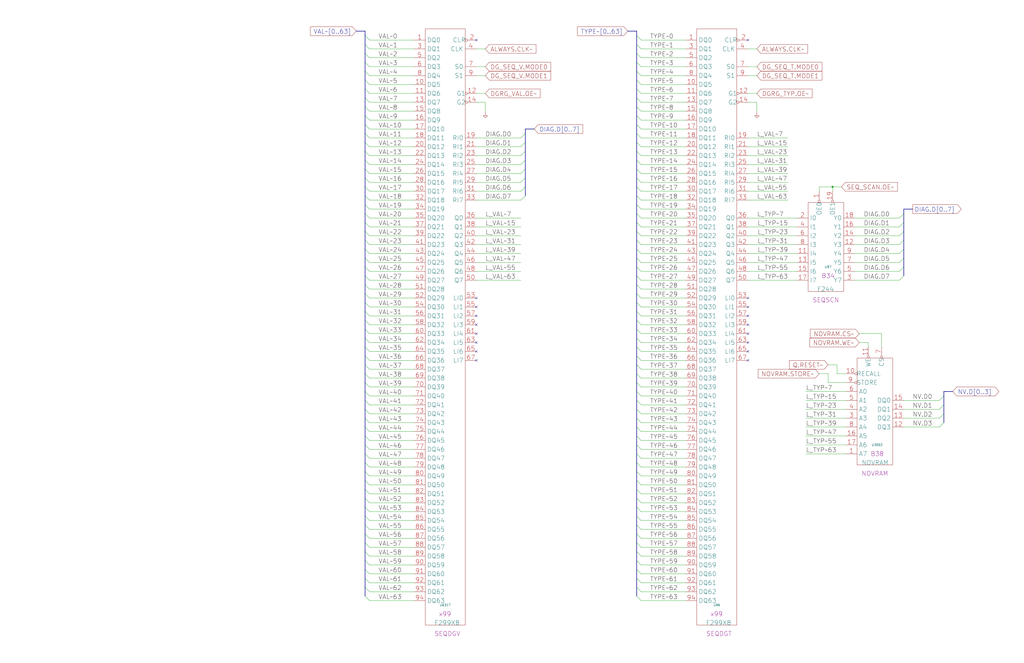
<source format=kicad_sch>
(kicad_sch (version 20250114) (generator "eeschema") (generator_version "9.0")
  (paper "User" 584.2 378.46)
  (title_block (title "DIAGNOSTIC REGISTER") (date "22-MAY-90") (rev "1.0") (comment 1 "SEQUENCER") (comment 2 "232-003064") (comment 3 "S400") (comment 4 "RELEASED"))
  (junction (at 474.98 106.68))
  (no_connect (at 426.72 205.74))
  (no_connect (at 271.78 170.18))
  (no_connect (at 426.72 185.42))
  (no_connect (at 426.72 180.34))
  (no_connect (at 426.72 200.66))
  (no_connect (at 426.72 22.86))
  (no_connect (at 271.78 200.66))
  (no_connect (at 426.72 170.18))
  (no_connect (at 426.72 175.26))
  (no_connect (at 271.78 180.34))
  (no_connect (at 271.78 185.42))
  (no_connect (at 271.78 22.86))
  (no_connect (at 271.78 205.74))
  (no_connect (at 426.72 195.58))
  (no_connect (at 271.78 175.26))
  (no_connect (at 271.78 195.58))
  (no_connect (at 426.72 190.5))
  (no_connect (at 271.78 190.5))
  (bus_entry (at 299.72 76.2) (size -2.54 2.54))
  (bus_entry (at 208.28 147.32) (size 2.54 2.54))
  (bus_entry (at 363.22 45.72) (size 2.54 2.54))
  (bus_entry (at 363.22 50.8) (size 2.54 2.54))
  (bus_entry (at 363.22 335.28) (size 2.54 2.54))
  (bus_entry (at 208.28 314.96) (size 2.54 2.54))
  (bus_entry (at 208.28 248.92) (size 2.54 2.54))
  (bus_entry (at 208.28 340.36) (size 2.54 2.54))
  (bus_entry (at 208.28 86.36) (size 2.54 2.54))
  (bus_entry (at 363.22 60.96) (size 2.54 2.54))
  (bus_entry (at 515.62 147.32) (size -2.54 2.54))
  (bus_entry (at 363.22 289.56) (size 2.54 2.54))
  (bus_entry (at 363.22 314.96) (size 2.54 2.54))
  (bus_entry (at 515.62 152.4) (size -2.54 2.54))
  (bus_entry (at 208.28 20.32) (size 2.54 2.54))
  (bus_entry (at 538.48 226.06) (size -2.54 2.54))
  (bus_entry (at 299.72 81.28) (size -2.54 2.54))
  (bus_entry (at 208.28 325.12) (size 2.54 2.54))
  (bus_entry (at 208.28 335.28) (size 2.54 2.54))
  (bus_entry (at 208.28 198.12) (size 2.54 2.54))
  (bus_entry (at 208.28 106.68) (size 2.54 2.54))
  (bus_entry (at 208.28 223.52) (size 2.54 2.54))
  (bus_entry (at 363.22 299.72) (size 2.54 2.54))
  (bus_entry (at 208.28 182.88) (size 2.54 2.54))
  (bus_entry (at 363.22 340.36) (size 2.54 2.54))
  (bus_entry (at 208.28 269.24) (size 2.54 2.54))
  (bus_entry (at 208.28 289.56) (size 2.54 2.54))
  (bus_entry (at 208.28 132.08) (size 2.54 2.54))
  (bus_entry (at 363.22 172.72) (size 2.54 2.54))
  (bus_entry (at 538.48 231.14) (size -2.54 2.54))
  (bus_entry (at 363.22 132.08) (size 2.54 2.54))
  (bus_entry (at 363.22 116.84) (size 2.54 2.54))
  (bus_entry (at 515.62 127) (size -2.54 2.54))
  (bus_entry (at 363.22 25.4) (size 2.54 2.54))
  (bus_entry (at 208.28 193.04) (size 2.54 2.54))
  (bus_entry (at 363.22 274.32) (size 2.54 2.54))
  (bus_entry (at 363.22 259.08) (size 2.54 2.54))
  (bus_entry (at 363.22 309.88) (size 2.54 2.54))
  (bus_entry (at 363.22 81.28) (size 2.54 2.54))
  (bus_entry (at 363.22 238.76) (size 2.54 2.54))
  (bus_entry (at 208.28 142.24) (size 2.54 2.54))
  (bus_entry (at 208.28 254) (size 2.54 2.54))
  (bus_entry (at 208.28 172.72) (size 2.54 2.54))
  (bus_entry (at 208.28 76.2) (size 2.54 2.54))
  (bus_entry (at 208.28 137.16) (size 2.54 2.54))
  (bus_entry (at 515.62 142.24) (size -2.54 2.54))
  (bus_entry (at 363.22 203.2) (size 2.54 2.54))
  (bus_entry (at 363.22 279.4) (size 2.54 2.54))
  (bus_entry (at 363.22 228.6) (size 2.54 2.54))
  (bus_entry (at 208.28 167.64) (size 2.54 2.54))
  (bus_entry (at 363.22 111.76) (size 2.54 2.54))
  (bus_entry (at 208.28 264.16) (size 2.54 2.54))
  (bus_entry (at 208.28 71.12) (size 2.54 2.54))
  (bus_entry (at 208.28 157.48) (size 2.54 2.54))
  (bus_entry (at 363.22 162.56) (size 2.54 2.54))
  (bus_entry (at 515.62 157.48) (size -2.54 2.54))
  (bus_entry (at 363.22 152.4) (size 2.54 2.54))
  (bus_entry (at 208.28 25.4) (size 2.54 2.54))
  (bus_entry (at 208.28 259.08) (size 2.54 2.54))
  (bus_entry (at 299.72 91.44) (size -2.54 2.54))
  (bus_entry (at 515.62 121.92) (size -2.54 2.54))
  (bus_entry (at 208.28 299.72) (size 2.54 2.54))
  (bus_entry (at 538.48 241.3) (size -2.54 2.54))
  (bus_entry (at 208.28 320.04) (size 2.54 2.54))
  (bus_entry (at 208.28 116.84) (size 2.54 2.54))
  (bus_entry (at 363.22 137.16) (size 2.54 2.54))
  (bus_entry (at 363.22 40.64) (size 2.54 2.54))
  (bus_entry (at 363.22 177.8) (size 2.54 2.54))
  (bus_entry (at 208.28 35.56) (size 2.54 2.54))
  (bus_entry (at 208.28 228.6) (size 2.54 2.54))
  (bus_entry (at 363.22 187.96) (size 2.54 2.54))
  (bus_entry (at 208.28 203.2) (size 2.54 2.54))
  (bus_entry (at 299.72 86.36) (size -2.54 2.54))
  (bus_entry (at 208.28 127) (size 2.54 2.54))
  (bus_entry (at 363.22 76.2) (size 2.54 2.54))
  (bus_entry (at 208.28 152.4) (size 2.54 2.54))
  (bus_entry (at 363.22 254) (size 2.54 2.54))
  (bus_entry (at 208.28 45.72) (size 2.54 2.54))
  (bus_entry (at 208.28 330.2) (size 2.54 2.54))
  (bus_entry (at 299.72 111.76) (size -2.54 2.54))
  (bus_entry (at 363.22 101.6) (size 2.54 2.54))
  (bus_entry (at 363.22 330.2) (size 2.54 2.54))
  (bus_entry (at 208.28 274.32) (size 2.54 2.54))
  (bus_entry (at 363.22 325.12) (size 2.54 2.54))
  (bus_entry (at 363.22 157.48) (size 2.54 2.54))
  (bus_entry (at 363.22 320.04) (size 2.54 2.54))
  (bus_entry (at 299.72 96.52) (size -2.54 2.54))
  (bus_entry (at 208.28 81.28) (size 2.54 2.54))
  (bus_entry (at 363.22 20.32) (size 2.54 2.54))
  (bus_entry (at 363.22 304.8) (size 2.54 2.54))
  (bus_entry (at 363.22 71.12) (size 2.54 2.54))
  (bus_entry (at 363.22 248.92) (size 2.54 2.54))
  (bus_entry (at 515.62 137.16) (size -2.54 2.54))
  (bus_entry (at 299.72 106.68) (size -2.54 2.54))
  (bus_entry (at 208.28 294.64) (size 2.54 2.54))
  (bus_entry (at 363.22 198.12) (size 2.54 2.54))
  (bus_entry (at 208.28 233.68) (size 2.54 2.54))
  (bus_entry (at 363.22 96.52) (size 2.54 2.54))
  (bus_entry (at 208.28 162.56) (size 2.54 2.54))
  (bus_entry (at 363.22 243.84) (size 2.54 2.54))
  (bus_entry (at 208.28 213.36) (size 2.54 2.54))
  (bus_entry (at 208.28 279.4) (size 2.54 2.54))
  (bus_entry (at 208.28 238.76) (size 2.54 2.54))
  (bus_entry (at 208.28 40.64) (size 2.54 2.54))
  (bus_entry (at 363.22 233.68) (size 2.54 2.54))
  (bus_entry (at 208.28 50.8) (size 2.54 2.54))
  (bus_entry (at 208.28 309.88) (size 2.54 2.54))
  (bus_entry (at 363.22 213.36) (size 2.54 2.54))
  (bus_entry (at 363.22 55.88) (size 2.54 2.54))
  (bus_entry (at 363.22 30.48) (size 2.54 2.54))
  (bus_entry (at 208.28 218.44) (size 2.54 2.54))
  (bus_entry (at 363.22 127) (size 2.54 2.54))
  (bus_entry (at 208.28 208.28) (size 2.54 2.54))
  (bus_entry (at 538.48 236.22) (size -2.54 2.54))
  (bus_entry (at 208.28 60.96) (size 2.54 2.54))
  (bus_entry (at 363.22 86.36) (size 2.54 2.54))
  (bus_entry (at 208.28 66.04) (size 2.54 2.54))
  (bus_entry (at 208.28 121.92) (size 2.54 2.54))
  (bus_entry (at 363.22 106.68) (size 2.54 2.54))
  (bus_entry (at 208.28 55.88) (size 2.54 2.54))
  (bus_entry (at 208.28 101.6) (size 2.54 2.54))
  (bus_entry (at 208.28 30.48) (size 2.54 2.54))
  (bus_entry (at 363.22 284.48) (size 2.54 2.54))
  (bus_entry (at 363.22 218.44) (size 2.54 2.54))
  (bus_entry (at 515.62 132.08) (size -2.54 2.54))
  (bus_entry (at 208.28 243.84) (size 2.54 2.54))
  (bus_entry (at 363.22 91.44) (size 2.54 2.54))
  (bus_entry (at 208.28 91.44) (size 2.54 2.54))
  (bus_entry (at 363.22 193.04) (size 2.54 2.54))
  (bus_entry (at 363.22 182.88) (size 2.54 2.54))
  (bus_entry (at 208.28 304.8) (size 2.54 2.54))
  (bus_entry (at 363.22 167.64) (size 2.54 2.54))
  (bus_entry (at 363.22 208.28) (size 2.54 2.54))
  (bus_entry (at 363.22 294.64) (size 2.54 2.54))
  (bus_entry (at 208.28 177.8) (size 2.54 2.54))
  (bus_entry (at 363.22 223.52) (size 2.54 2.54))
  (bus_entry (at 363.22 142.24) (size 2.54 2.54))
  (bus_entry (at 208.28 187.96) (size 2.54 2.54))
  (bus_entry (at 208.28 96.52) (size 2.54 2.54))
  (bus_entry (at 363.22 269.24) (size 2.54 2.54))
  (bus_entry (at 363.22 147.32) (size 2.54 2.54))
  (bus_entry (at 363.22 121.92) (size 2.54 2.54))
  (bus_entry (at 363.22 35.56) (size 2.54 2.54))
  (bus_entry (at 299.72 101.6) (size -2.54 2.54))
  (bus_entry (at 363.22 264.16) (size 2.54 2.54))
  (bus_entry (at 208.28 284.48) (size 2.54 2.54))
  (bus_entry (at 363.22 66.04) (size 2.54 2.54))
  (bus_entry (at 208.28 111.76) (size 2.54 2.54))
  (wire (pts (xy 426.72 99.06) (xy 449.58 99.06)))
  (bus (pts (xy 515.62 121.92) (xy 515.62 127)))
  (wire (pts (xy 236.22 307.34) (xy 210.82 307.34)))
  (wire (pts (xy 236.22 312.42) (xy 210.82 312.42)))
  (bus (pts (xy 208.28 142.24) (xy 208.28 147.32)))
  (bus (pts (xy 299.72 76.2) (xy 299.72 81.28)))
  (wire (pts (xy 391.16 124.46) (xy 365.76 124.46)))
  (bus (pts (xy 363.22 198.12) (xy 363.22 203.2)))
  (wire (pts (xy 391.16 241.3) (xy 365.76 241.3)))
  (bus (pts (xy 299.72 101.6) (xy 299.72 106.68)))
  (wire (pts (xy 391.16 63.5) (xy 365.76 63.5)))
  (bus (pts (xy 208.28 76.2) (xy 208.28 81.28)))
  (bus (pts (xy 208.28 96.52) (xy 208.28 101.6)))
  (wire (pts (xy 391.16 53.34) (xy 365.76 53.34)))
  (bus (pts (xy 208.28 172.72) (xy 208.28 177.8)))
  (bus (pts (xy 363.22 243.84) (xy 363.22 248.92)))
  (wire (pts (xy 391.16 33.02) (xy 365.76 33.02)))
  (bus (pts (xy 208.28 330.2) (xy 208.28 335.28)))
  (bus (pts (xy 363.22 264.16) (xy 363.22 269.24)))
  (bus (pts (xy 208.28 304.8) (xy 208.28 309.88)))
  (bus (pts (xy 363.22 259.08) (xy 363.22 264.16)))
  (wire (pts (xy 426.72 149.86) (xy 454.66 149.86)))
  (bus (pts (xy 363.22 269.24) (xy 363.22 274.32)))
  (wire (pts (xy 487.68 139.7) (xy 513.08 139.7)))
  (bus (pts (xy 208.28 193.04) (xy 208.28 198.12)))
  (wire (pts (xy 236.22 180.34) (xy 210.82 180.34)))
  (wire (pts (xy 391.16 342.9) (xy 365.76 342.9)))
  (wire (pts (xy 426.72 114.3) (xy 449.58 114.3)))
  (wire (pts (xy 426.72 134.62) (xy 454.66 134.62)))
  (wire (pts (xy 426.72 27.94) (xy 431.8 27.94)))
  (bus (pts (xy 208.28 314.96) (xy 208.28 320.04)))
  (bus (pts (xy 208.28 213.36) (xy 208.28 218.44)))
  (wire (pts (xy 236.22 119.38) (xy 210.82 119.38)))
  (bus (pts (xy 208.28 238.76) (xy 208.28 243.84)))
  (bus (pts (xy 208.28 60.96) (xy 208.28 66.04)))
  (wire (pts (xy 426.72 83.82) (xy 449.58 83.82)))
  (wire (pts (xy 391.16 322.58) (xy 365.76 322.58)))
  (wire (pts (xy 459.74 233.68) (xy 482.6 233.68)))
  (wire (pts (xy 236.22 144.78) (xy 210.82 144.78)))
  (wire (pts (xy 487.68 129.54) (xy 513.08 129.54)))
  (wire (pts (xy 426.72 88.9) (xy 449.58 88.9)))
  (wire (pts (xy 391.16 200.66) (xy 365.76 200.66)))
  (wire (pts (xy 391.16 175.26) (xy 365.76 175.26)))
  (wire (pts (xy 236.22 43.18) (xy 210.82 43.18)))
  (bus (pts (xy 363.22 71.12) (xy 363.22 76.2)))
  (bus (pts (xy 208.28 284.48) (xy 208.28 289.56)))
  (bus (pts (xy 208.28 162.56) (xy 208.28 167.64)))
  (wire (pts (xy 236.22 342.9) (xy 210.82 342.9)))
  (wire (pts (xy 515.62 243.84) (xy 535.94 243.84)))
  (bus (pts (xy 208.28 147.32) (xy 208.28 152.4)))
  (wire (pts (xy 391.16 292.1) (xy 365.76 292.1)))
  (wire (pts (xy 236.22 281.94) (xy 210.82 281.94)))
  (bus (pts (xy 363.22 279.4) (xy 363.22 284.48)))
  (wire (pts (xy 236.22 205.74) (xy 210.82 205.74)))
  (bus (pts (xy 515.62 119.38) (xy 520.7 119.38)))
  (wire (pts (xy 236.22 302.26) (xy 210.82 302.26)))
  (bus (pts (xy 208.28 208.28) (xy 208.28 213.36)))
  (bus (pts (xy 363.22 35.56) (xy 363.22 40.64)))
  (wire (pts (xy 459.74 259.08) (xy 482.6 259.08)))
  (wire (pts (xy 236.22 22.86) (xy 210.82 22.86)))
  (wire (pts (xy 431.8 58.42) (xy 426.72 58.42)))
  (wire (pts (xy 271.78 83.82) (xy 297.18 83.82)))
  (wire (pts (xy 467.36 106.68) (xy 474.98 106.68)))
  (bus (pts (xy 363.22 96.52) (xy 363.22 101.6)))
  (wire (pts (xy 391.16 22.86) (xy 365.76 22.86)))
  (wire (pts (xy 236.22 170.18) (xy 210.82 170.18)))
  (bus (pts (xy 515.62 119.38) (xy 515.62 121.92)))
  (wire (pts (xy 236.22 154.94) (xy 210.82 154.94)))
  (bus (pts (xy 208.28 279.4) (xy 208.28 284.48)))
  (bus (pts (xy 208.28 106.68) (xy 208.28 111.76)))
  (bus (pts (xy 515.62 152.4) (xy 515.62 157.48)))
  (wire (pts (xy 426.72 124.46) (xy 454.66 124.46)))
  (wire (pts (xy 391.16 302.26) (xy 365.76 302.26)))
  (wire (pts (xy 502.92 190.5) (xy 502.92 198.12)))
  (wire (pts (xy 271.78 53.34) (xy 276.86 53.34)))
  (bus (pts (xy 208.28 233.68) (xy 208.28 238.76)))
  (bus (pts (xy 208.28 132.08) (xy 208.28 137.16)))
  (wire (pts (xy 236.22 287.02) (xy 210.82 287.02)))
  (wire (pts (xy 271.78 144.78) (xy 297.18 144.78)))
  (bus (pts (xy 208.28 243.84) (xy 208.28 248.92)))
  (bus (pts (xy 363.22 106.68) (xy 363.22 111.76)))
  (wire (pts (xy 426.72 109.22) (xy 449.58 109.22)))
  (wire (pts (xy 391.16 83.82) (xy 365.76 83.82)))
  (bus (pts (xy 515.62 137.16) (xy 515.62 142.24)))
  (wire (pts (xy 391.16 114.3) (xy 365.76 114.3)))
  (bus (pts (xy 208.28 182.88) (xy 208.28 187.96)))
  (wire (pts (xy 271.78 99.06) (xy 297.18 99.06)))
  (wire (pts (xy 236.22 231.14) (xy 210.82 231.14)))
  (wire (pts (xy 391.16 129.54) (xy 365.76 129.54)))
  (bus (pts (xy 363.22 177.8) (xy 363.22 182.88)))
  (wire (pts (xy 426.72 144.78) (xy 454.66 144.78)))
  (wire (pts (xy 271.78 88.9) (xy 297.18 88.9)))
  (wire (pts (xy 236.22 33.02) (xy 210.82 33.02)))
  (wire (pts (xy 426.72 129.54) (xy 454.66 129.54)))
  (wire (pts (xy 271.78 27.94) (xy 276.86 27.94)))
  (bus (pts (xy 208.28 25.4) (xy 208.28 30.48)))
  (wire (pts (xy 391.16 215.9) (xy 365.76 215.9)))
  (wire (pts (xy 391.16 149.86) (xy 365.76 149.86)))
  (wire (pts (xy 391.16 144.78) (xy 365.76 144.78)))
  (wire (pts (xy 271.78 43.18) (xy 276.86 43.18)))
  (wire (pts (xy 431.8 63.5) (xy 431.8 58.42)))
  (wire (pts (xy 391.16 190.5) (xy 365.76 190.5)))
  (bus (pts (xy 363.22 187.96) (xy 363.22 193.04)))
  (bus (pts (xy 363.22 137.16) (xy 363.22 142.24)))
  (wire (pts (xy 391.16 154.94) (xy 365.76 154.94)))
  (wire (pts (xy 391.16 205.74) (xy 365.76 205.74)))
  (wire (pts (xy 391.16 165.1) (xy 365.76 165.1)))
  (bus (pts (xy 363.22 76.2) (xy 363.22 81.28)))
  (wire (pts (xy 236.22 297.18) (xy 210.82 297.18)))
  (bus (pts (xy 363.22 228.6) (xy 363.22 233.68)))
  (bus (pts (xy 363.22 203.2) (xy 363.22 208.28)))
  (wire (pts (xy 236.22 48.26) (xy 210.82 48.26)))
  (bus (pts (xy 208.28 289.56) (xy 208.28 294.64)))
  (bus (pts (xy 208.28 325.12) (xy 208.28 330.2)))
  (wire (pts (xy 236.22 276.86) (xy 210.82 276.86)))
  (bus (pts (xy 208.28 299.72) (xy 208.28 304.8)))
  (bus (pts (xy 363.22 304.8) (xy 363.22 309.88)))
  (wire (pts (xy 391.16 256.54) (xy 365.76 256.54)))
  (bus (pts (xy 363.22 157.48) (xy 363.22 162.56)))
  (wire (pts (xy 477.52 208.28) (xy 477.52 213.36)))
  (wire (pts (xy 271.78 160.02) (xy 297.18 160.02)))
  (wire (pts (xy 271.78 129.54) (xy 297.18 129.54)))
  (wire (pts (xy 236.22 99.06) (xy 210.82 99.06)))
  (wire (pts (xy 236.22 114.3) (xy 210.82 114.3)))
  (bus (pts (xy 208.28 320.04) (xy 208.28 325.12)))
  (bus (pts (xy 208.28 167.64) (xy 208.28 172.72)))
  (wire (pts (xy 391.16 246.38) (xy 365.76 246.38)))
  (wire (pts (xy 391.16 220.98) (xy 365.76 220.98)))
  (wire (pts (xy 515.62 238.76) (xy 535.94 238.76)))
  (bus (pts (xy 208.28 187.96) (xy 208.28 193.04)))
  (bus (pts (xy 363.22 147.32) (xy 363.22 152.4)))
  (bus (pts (xy 363.22 60.96) (xy 363.22 66.04)))
  (wire (pts (xy 236.22 165.1) (xy 210.82 165.1)))
  (bus (pts (xy 208.28 55.88) (xy 208.28 60.96)))
  (bus (pts (xy 363.22 40.64) (xy 363.22 45.72)))
  (bus (pts (xy 363.22 213.36) (xy 363.22 218.44)))
  (wire (pts (xy 391.16 93.98) (xy 365.76 93.98)))
  (bus (pts (xy 208.28 86.36) (xy 208.28 91.44)))
  (wire (pts (xy 459.74 223.52) (xy 482.6 223.52)))
  (bus (pts (xy 208.28 294.64) (xy 208.28 299.72)))
  (bus (pts (xy 363.22 142.24) (xy 363.22 147.32)))
  (bus (pts (xy 363.22 20.32) (xy 363.22 25.4)))
  (bus (pts (xy 208.28 274.32) (xy 208.28 279.4)))
  (wire (pts (xy 391.16 104.14) (xy 365.76 104.14)))
  (bus (pts (xy 208.28 20.32) (xy 208.28 25.4)))
  (wire (pts (xy 490.22 190.5) (xy 502.92 190.5)))
  (bus (pts (xy 363.22 208.28) (xy 363.22 213.36)))
  (bus (pts (xy 363.22 320.04) (xy 363.22 325.12)))
  (bus (pts (xy 208.28 91.44) (xy 208.28 96.52)))
  (wire (pts (xy 271.78 104.14) (xy 297.18 104.14)))
  (wire (pts (xy 391.16 185.42) (xy 365.76 185.42)))
  (wire (pts (xy 487.68 154.94) (xy 513.08 154.94)))
  (wire (pts (xy 271.78 149.86) (xy 297.18 149.86)))
  (bus (pts (xy 515.62 142.24) (xy 515.62 147.32)))
  (wire (pts (xy 391.16 119.38) (xy 365.76 119.38)))
  (wire (pts (xy 391.16 226.06) (xy 365.76 226.06)))
  (wire (pts (xy 391.16 271.78) (xy 365.76 271.78)))
  (wire (pts (xy 391.16 210.82) (xy 365.76 210.82)))
  (wire (pts (xy 271.78 134.62) (xy 297.18 134.62)))
  (bus (pts (xy 363.22 86.36) (xy 363.22 91.44)))
  (bus (pts (xy 363.22 25.4) (xy 363.22 30.48)))
  (wire (pts (xy 391.16 236.22) (xy 365.76 236.22)))
  (wire (pts (xy 391.16 58.42) (xy 365.76 58.42)))
  (bus (pts (xy 304.8 73.66) (xy 299.72 73.66)))
  (wire (pts (xy 477.52 213.36) (xy 482.6 213.36)))
  (bus (pts (xy 538.48 236.22) (xy 538.48 241.3)))
  (wire (pts (xy 391.16 251.46) (xy 365.76 251.46)))
  (wire (pts (xy 236.22 160.02) (xy 210.82 160.02)))
  (wire (pts (xy 391.16 38.1) (xy 365.76 38.1)))
  (wire (pts (xy 236.22 53.34) (xy 210.82 53.34)))
  (wire (pts (xy 236.22 63.5) (xy 210.82 63.5)))
  (bus (pts (xy 208.28 228.6) (xy 208.28 233.68)))
  (bus (pts (xy 363.22 330.2) (xy 363.22 335.28)))
  (wire (pts (xy 236.22 68.58) (xy 210.82 68.58)))
  (bus (pts (xy 208.28 177.8) (xy 208.28 182.88)))
  (wire (pts (xy 236.22 215.9) (xy 210.82 215.9)))
  (bus (pts (xy 208.28 45.72) (xy 208.28 50.8)))
  (wire (pts (xy 391.16 109.22) (xy 365.76 109.22)))
  (bus (pts (xy 363.22 111.76) (xy 363.22 116.84)))
  (bus (pts (xy 363.22 132.08) (xy 363.22 137.16)))
  (wire (pts (xy 236.22 226.06) (xy 210.82 226.06)))
  (wire (pts (xy 391.16 337.82) (xy 365.76 337.82)))
  (wire (pts (xy 236.22 292.1) (xy 210.82 292.1)))
  (wire (pts (xy 391.16 134.62) (xy 365.76 134.62)))
  (bus (pts (xy 363.22 335.28) (xy 363.22 340.36)))
  (wire (pts (xy 391.16 281.94) (xy 365.76 281.94)))
  (wire (pts (xy 236.22 327.66) (xy 210.82 327.66)))
  (bus (pts (xy 208.28 335.28) (xy 208.28 340.36)))
  (wire (pts (xy 487.68 144.78) (xy 513.08 144.78)))
  (wire (pts (xy 426.72 160.02) (xy 454.66 160.02)))
  (bus (pts (xy 363.22 223.52) (xy 363.22 228.6)))
  (wire (pts (xy 236.22 175.26) (xy 210.82 175.26)))
  (wire (pts (xy 391.16 170.18) (xy 365.76 170.18)))
  (bus (pts (xy 208.28 71.12) (xy 208.28 76.2)))
  (bus (pts (xy 363.22 45.72) (xy 363.22 50.8)))
  (bus (pts (xy 363.22 172.72) (xy 363.22 177.8)))
  (bus (pts (xy 363.22 294.64) (xy 363.22 299.72)))
  (wire (pts (xy 236.22 261.62) (xy 210.82 261.62)))
  (wire (pts (xy 236.22 195.58) (xy 210.82 195.58)))
  (bus (pts (xy 208.28 66.04) (xy 208.28 71.12)))
  (wire (pts (xy 236.22 83.82) (xy 210.82 83.82)))
  (bus (pts (xy 538.48 226.06) (xy 538.48 231.14)))
  (bus (pts (xy 208.28 17.78) (xy 208.28 20.32)))
  (wire (pts (xy 276.86 58.42) (xy 271.78 58.42)))
  (wire (pts (xy 490.22 195.58) (xy 495.3 195.58)))
  (wire (pts (xy 236.22 124.46) (xy 210.82 124.46)))
  (wire (pts (xy 487.68 160.02) (xy 513.08 160.02)))
  (wire (pts (xy 271.78 109.22) (xy 297.18 109.22)))
  (wire (pts (xy 391.16 160.02) (xy 365.76 160.02)))
  (bus (pts (xy 358.14 17.78) (xy 363.22 17.78)))
  (bus (pts (xy 538.48 223.52) (xy 538.48 226.06)))
  (wire (pts (xy 391.16 48.26) (xy 365.76 48.26)))
  (bus (pts (xy 299.72 96.52) (xy 299.72 101.6)))
  (wire (pts (xy 391.16 297.18) (xy 365.76 297.18)))
  (wire (pts (xy 467.36 106.68) (xy 467.36 109.22)))
  (wire (pts (xy 515.62 233.68) (xy 535.94 233.68)))
  (bus (pts (xy 299.72 106.68) (xy 299.72 111.76)))
  (wire (pts (xy 236.22 73.66) (xy 210.82 73.66)))
  (bus (pts (xy 363.22 233.68) (xy 363.22 238.76)))
  (wire (pts (xy 391.16 276.86) (xy 365.76 276.86)))
  (bus (pts (xy 363.22 167.64) (xy 363.22 172.72)))
  (wire (pts (xy 271.78 78.74) (xy 297.18 78.74)))
  (bus (pts (xy 363.22 309.88) (xy 363.22 314.96)))
  (wire (pts (xy 236.22 271.78) (xy 210.82 271.78)))
  (wire (pts (xy 236.22 78.74) (xy 210.82 78.74)))
  (bus (pts (xy 363.22 116.84) (xy 363.22 121.92)))
  (bus (pts (xy 363.22 289.56) (xy 363.22 294.64)))
  (bus (pts (xy 363.22 17.78) (xy 363.22 20.32)))
  (bus (pts (xy 208.28 198.12) (xy 208.28 203.2)))
  (bus (pts (xy 363.22 101.6) (xy 363.22 106.68)))
  (wire (pts (xy 271.78 139.7) (xy 297.18 139.7)))
  (bus (pts (xy 363.22 162.56) (xy 363.22 167.64)))
  (wire (pts (xy 236.22 266.7) (xy 210.82 266.7)))
  (bus (pts (xy 363.22 121.92) (xy 363.22 127)))
  (bus (pts (xy 208.28 116.84) (xy 208.28 121.92)))
  (wire (pts (xy 236.22 185.42) (xy 210.82 185.42)))
  (wire (pts (xy 487.68 149.86) (xy 513.08 149.86)))
  (bus (pts (xy 299.72 91.44) (xy 299.72 96.52)))
  (wire (pts (xy 472.44 213.36) (xy 472.44 218.44)))
  (bus (pts (xy 208.28 259.08) (xy 208.28 264.16)))
  (bus (pts (xy 208.28 152.4) (xy 208.28 157.48)))
  (wire (pts (xy 474.98 106.68) (xy 480.06 106.68)))
  (bus (pts (xy 363.22 182.88) (xy 363.22 187.96)))
  (bus (pts (xy 363.22 325.12) (xy 363.22 330.2)))
  (bus (pts (xy 538.48 223.52) (xy 543.56 223.52)))
  (wire (pts (xy 236.22 190.5) (xy 210.82 190.5)))
  (bus (pts (xy 363.22 91.44) (xy 363.22 96.52)))
  (bus (pts (xy 208.28 101.6) (xy 208.28 106.68)))
  (bus (pts (xy 363.22 30.48) (xy 363.22 35.56)))
  (bus (pts (xy 363.22 299.72) (xy 363.22 304.8)))
  (wire (pts (xy 236.22 236.22) (xy 210.82 236.22)))
  (wire (pts (xy 459.74 228.6) (xy 482.6 228.6)))
  (bus (pts (xy 208.28 137.16) (xy 208.28 142.24)))
  (wire (pts (xy 236.22 129.54) (xy 210.82 129.54)))
  (wire (pts (xy 426.72 53.34) (xy 431.8 53.34)))
  (bus (pts (xy 208.28 309.88) (xy 208.28 314.96)))
  (wire (pts (xy 391.16 43.18) (xy 365.76 43.18)))
  (wire (pts (xy 391.16 68.58) (xy 365.76 68.58)))
  (wire (pts (xy 391.16 332.74) (xy 365.76 332.74)))
  (wire (pts (xy 236.22 220.98) (xy 210.82 220.98)))
  (bus (pts (xy 363.22 274.32) (xy 363.22 279.4)))
  (wire (pts (xy 426.72 104.14) (xy 449.58 104.14)))
  (bus (pts (xy 515.62 147.32) (xy 515.62 152.4)))
  (wire (pts (xy 391.16 99.06) (xy 365.76 99.06)))
  (bus (pts (xy 515.62 127) (xy 515.62 132.08)))
  (bus (pts (xy 363.22 127) (xy 363.22 132.08)))
  (wire (pts (xy 236.22 93.98) (xy 210.82 93.98)))
  (wire (pts (xy 391.16 231.14) (xy 365.76 231.14)))
  (bus (pts (xy 299.72 73.66) (xy 299.72 76.2)))
  (wire (pts (xy 271.78 154.94) (xy 297.18 154.94)))
  (wire (pts (xy 236.22 337.82) (xy 210.82 337.82)))
  (wire (pts (xy 236.22 241.3) (xy 210.82 241.3)))
  (wire (pts (xy 391.16 261.62) (xy 365.76 261.62)))
  (wire (pts (xy 236.22 149.86) (xy 210.82 149.86)))
  (wire (pts (xy 391.16 73.66) (xy 365.76 73.66)))
  (wire (pts (xy 391.16 312.42) (xy 365.76 312.42)))
  (bus (pts (xy 203.2 17.78) (xy 208.28 17.78)))
  (wire (pts (xy 391.16 88.9) (xy 365.76 88.9)))
  (wire (pts (xy 236.22 139.7) (xy 210.82 139.7)))
  (bus (pts (xy 515.62 132.08) (xy 515.62 137.16)))
  (wire (pts (xy 391.16 317.5) (xy 365.76 317.5)))
  (wire (pts (xy 271.78 124.46) (xy 297.18 124.46)))
  (wire (pts (xy 391.16 27.94) (xy 365.76 27.94)))
  (wire (pts (xy 459.74 254) (xy 482.6 254)))
  (wire (pts (xy 391.16 139.7) (xy 365.76 139.7)))
  (bus (pts (xy 208.28 269.24) (xy 208.28 274.32)))
  (wire (pts (xy 426.72 78.74) (xy 449.58 78.74)))
  (bus (pts (xy 208.28 203.2) (xy 208.28 208.28)))
  (bus (pts (xy 299.72 86.36) (xy 299.72 91.44)))
  (wire (pts (xy 391.16 307.34) (xy 365.76 307.34)))
  (wire (pts (xy 236.22 200.66) (xy 210.82 200.66)))
  (bus (pts (xy 363.22 50.8) (xy 363.22 55.88)))
  (bus (pts (xy 363.22 248.92) (xy 363.22 254)))
  (wire (pts (xy 236.22 134.62) (xy 210.82 134.62)))
  (bus (pts (xy 208.28 50.8) (xy 208.28 55.88)))
  (bus (pts (xy 208.28 218.44) (xy 208.28 223.52)))
  (wire (pts (xy 391.16 266.7) (xy 365.76 266.7)))
  (wire (pts (xy 236.22 251.46) (xy 210.82 251.46)))
  (bus (pts (xy 208.28 157.48) (xy 208.28 162.56)))
  (bus (pts (xy 363.22 152.4) (xy 363.22 157.48)))
  (wire (pts (xy 236.22 38.1) (xy 210.82 38.1)))
  (wire (pts (xy 236.22 332.74) (xy 210.82 332.74)))
  (wire (pts (xy 236.22 88.9) (xy 210.82 88.9)))
  (bus (pts (xy 208.28 30.48) (xy 208.28 35.56)))
  (wire (pts (xy 276.86 63.5) (xy 276.86 58.42)))
  (bus (pts (xy 208.28 254) (xy 208.28 259.08)))
  (bus (pts (xy 363.22 314.96) (xy 363.22 320.04)))
  (wire (pts (xy 495.3 195.58) (xy 495.3 198.12)))
  (bus (pts (xy 363.22 218.44) (xy 363.22 223.52)))
  (bus (pts (xy 363.22 81.28) (xy 363.22 86.36)))
  (bus (pts (xy 208.28 248.92) (xy 208.28 254)))
  (bus (pts (xy 208.28 40.64) (xy 208.28 45.72)))
  (wire (pts (xy 472.44 208.28) (xy 477.52 208.28)))
  (bus (pts (xy 208.28 223.52) (xy 208.28 228.6)))
  (wire (pts (xy 472.44 218.44) (xy 482.6 218.44)))
  (wire (pts (xy 459.74 238.76) (xy 482.6 238.76)))
  (wire (pts (xy 236.22 104.14) (xy 210.82 104.14)))
  (wire (pts (xy 391.16 327.66) (xy 365.76 327.66)))
  (wire (pts (xy 236.22 246.38) (xy 210.82 246.38)))
  (bus (pts (xy 299.72 81.28) (xy 299.72 86.36)))
  (bus (pts (xy 538.48 231.14) (xy 538.48 236.22)))
  (wire (pts (xy 487.68 134.62) (xy 513.08 134.62)))
  (wire (pts (xy 391.16 180.34) (xy 365.76 180.34)))
  (wire (pts (xy 426.72 139.7) (xy 454.66 139.7)))
  (bus (pts (xy 363.22 66.04) (xy 363.22 71.12)))
  (wire (pts (xy 474.98 106.68) (xy 474.98 109.22)))
  (bus (pts (xy 208.28 111.76) (xy 208.28 116.84)))
  (wire (pts (xy 426.72 43.18) (xy 431.8 43.18)))
  (wire (pts (xy 236.22 317.5) (xy 210.82 317.5)))
  (wire (pts (xy 515.62 228.6) (xy 535.94 228.6)))
  (wire (pts (xy 487.68 124.46) (xy 513.08 124.46)))
  (bus (pts (xy 208.28 127) (xy 208.28 132.08)))
  (bus (pts (xy 208.28 264.16) (xy 208.28 269.24)))
  (wire (pts (xy 271.78 114.3) (xy 297.18 114.3)))
  (bus (pts (xy 208.28 35.56) (xy 208.28 40.64)))
  (bus (pts (xy 363.22 254) (xy 363.22 259.08)))
  (wire (pts (xy 236.22 58.42) (xy 210.82 58.42)))
  (bus (pts (xy 208.28 81.28) (xy 208.28 86.36)))
  (bus (pts (xy 363.22 284.48) (xy 363.22 289.56)))
  (wire (pts (xy 459.74 248.92) (xy 482.6 248.92)))
  (wire (pts (xy 236.22 256.54) (xy 210.82 256.54)))
  (bus (pts (xy 363.22 238.76) (xy 363.22 243.84)))
  (wire (pts (xy 391.16 287.02) (xy 365.76 287.02)))
  (wire (pts (xy 271.78 38.1) (xy 276.86 38.1)))
  (wire (pts (xy 459.74 243.84) (xy 482.6 243.84)))
  (wire (pts (xy 236.22 27.94) (xy 210.82 27.94)))
  (wire (pts (xy 391.16 195.58) (xy 365.76 195.58)))
  (wire (pts (xy 391.16 78.74) (xy 365.76 78.74)))
  (wire (pts (xy 467.36 213.36) (xy 472.44 213.36)))
  (bus (pts (xy 363.22 55.88) (xy 363.22 60.96)))
  (bus (pts (xy 208.28 121.92) (xy 208.28 127)))
  (wire (pts (xy 236.22 210.82) (xy 210.82 210.82)))
  (wire (pts (xy 236.22 322.58) (xy 210.82 322.58)))
  (wire (pts (xy 426.72 38.1) (xy 431.8 38.1)))
  (wire (pts (xy 271.78 93.98) (xy 297.18 93.98)))
  (wire (pts (xy 426.72 154.94) (xy 454.66 154.94)))
  (wire (pts (xy 236.22 109.22) (xy 210.82 109.22)))
  (bus (pts (xy 363.22 193.04) (xy 363.22 198.12)))
  (wire (pts (xy 426.72 93.98) (xy 449.58 93.98)))
  (label "L_TYP~55" (at 459.74 254 0) (effects (font (size 2.54 2.54))))
  (label "VAL~13" (at 215.9 88.9 0) (effects (font (size 2.54 2.54))))
  (label "VAL~30" (at 215.9 175.26 0) (effects (font (size 2.54 2.54))))
  (label "DIAG.D2" (at 492.76 134.62 0) (effects (font (size 2.54 2.54))))
  (label "TYPE~46" (at 370.84 256.54 0) (effects (font (size 2.54 2.54))))
  (label "TYPE~60" (at 370.84 327.66 0) (effects (font (size 2.54 2.54))))
  (label "TYPE~63" (at 370.84 342.9 0) (effects (font (size 2.54 2.54))))
  (label "DIAG.D1" (at 492.76 129.54 0) (effects (font (size 2.54 2.54))))
  (label "L_TYP~63" (at 449.58 160.02 180) (effects (font (size 2.54 2.54))))
  (label "L_VAL~63" (at 431.8 114.3 0) (effects (font (size 2.54 2.54))))
  (label "TYPE~59" (at 370.84 322.58 0) (effects (font (size 2.54 2.54))))
  (label "DIAG.D0" (at 276.86 78.74 0) (effects (font (size 2.54 2.54))))
  (label "VAL~45" (at 215.9 251.46 0) (effects (font (size 2.54 2.54))))
  (label "L_VAL~47" (at 431.8 104.14 0) (effects (font (size 2.54 2.54))))
  (label "VAL~44" (at 215.9 246.38 0) (effects (font (size 2.54 2.54))))
  (label "TYPE~7" (at 370.84 58.42 0) (effects (font (size 2.54 2.54))))
  (label "VAL~16" (at 215.9 104.14 0) (effects (font (size 2.54 2.54))))
  (label "TYPE~25" (at 370.84 149.86 0) (effects (font (size 2.54 2.54))))
  (label "VAL~1" (at 215.9 27.94 0) (effects (font (size 2.54 2.54))))
  (label "DIAG.D1" (at 276.86 83.82 0) (effects (font (size 2.54 2.54))))
  (label "TYPE~12" (at 370.84 83.82 0) (effects (font (size 2.54 2.54))))
  (label "TYPE~31" (at 370.84 180.34 0) (effects (font (size 2.54 2.54))))
  (label "VAL~8" (at 215.9 63.5 0) (effects (font (size 2.54 2.54))))
  (label "VAL~12" (at 215.9 83.82 0) (effects (font (size 2.54 2.54))))
  (label "TYPE~47" (at 370.84 261.62 0) (effects (font (size 2.54 2.54))))
  (label "VAL~5" (at 215.9 48.26 0) (effects (font (size 2.54 2.54))))
  (label "VAL~27" (at 215.9 160.02 0) (effects (font (size 2.54 2.54))))
  (label "TYPE~20" (at 370.84 124.46 0) (effects (font (size 2.54 2.54))))
  (label "TYPE~6" (at 370.84 53.34 0) (effects (font (size 2.54 2.54))))
  (label "VAL~41" (at 215.9 231.14 0) (effects (font (size 2.54 2.54))))
  (label "L_TYP~47" (at 459.74 248.92 0) (effects (font (size 2.54 2.54))))
  (label "L_VAL~39" (at 276.86 144.78 0) (effects (font (size 2.54 2.54))))
  (label "VAL~35" (at 215.9 200.66 0) (effects (font (size 2.54 2.54))))
  (label "TYPE~50" (at 370.84 276.86 0) (effects (font (size 2.54 2.54))))
  (label "DIAG.D7" (at 276.86 114.3 0) (effects (font (size 2.54 2.54))))
  (label "TYPE~45" (at 370.84 251.46 0) (effects (font (size 2.54 2.54))))
  (label "TYPE~24" (at 370.84 144.78 0) (effects (font (size 2.54 2.54))))
  (label "DIAG.D3" (at 276.86 93.98 0) (effects (font (size 2.54 2.54))))
  (label "TYPE~29" (at 370.84 170.18 0) (effects (font (size 2.54 2.54))))
  (label "TYPE~27" (at 370.84 160.02 0) (effects (font (size 2.54 2.54))))
  (label "VAL~20" (at 215.9 124.46 0) (effects (font (size 2.54 2.54))))
  (label "TYPE~13" (at 370.84 88.9 0) (effects (font (size 2.54 2.54))))
  (label "VAL~36" (at 215.9 205.74 0) (effects (font (size 2.54 2.54))))
  (label "VAL~21" (at 215.9 129.54 0) (effects (font (size 2.54 2.54))))
  (label "TYPE~14" (at 370.84 93.98 0) (effects (font (size 2.54 2.54))))
  (label "TYPE~19" (at 370.84 119.38 0) (effects (font (size 2.54 2.54))))
  (label "VAL~54" (at 215.9 297.18 0) (effects (font (size 2.54 2.54))))
  (label "VAL~28" (at 215.9 165.1 0) (effects (font (size 2.54 2.54))))
  (label "TYPE~55" (at 370.84 302.26 0) (effects (font (size 2.54 2.54))))
  (label "L_VAL~7" (at 276.86 124.46 0) (effects (font (size 2.54 2.54))))
  (label "VAL~56" (at 215.9 307.34 0) (effects (font (size 2.54 2.54))))
  (label "L_TYP~39" (at 459.74 243.84 0) (effects (font (size 2.54 2.54))))
  (label "TYPE~9" (at 370.84 68.58 0) (effects (font (size 2.54 2.54))))
  (label "NV.D2" (at 520.7 238.76 0) (effects (font (size 2.54 2.54))))
  (label "VAL~38" (at 215.9 215.9 0) (effects (font (size 2.54 2.54))))
  (label "TYPE~48" (at 370.84 266.7 0) (effects (font (size 2.54 2.54))))
  (label "TYPE~21" (at 370.84 129.54 0) (effects (font (size 2.54 2.54))))
  (label "DIAG.D7" (at 492.76 160.02 0) (effects (font (size 2.54 2.54))))
  (label "TYPE~23" (at 370.84 139.7 0) (effects (font (size 2.54 2.54))))
  (label "L_TYP~23" (at 449.58 134.62 180) (effects (font (size 2.54 2.54))))
  (label "TYPE~28" (at 370.84 165.1 0) (effects (font (size 2.54 2.54))))
  (label "VAL~0" (at 215.9 22.86 0) (effects (font (size 2.54 2.54))))
  (label "L_TYP~39" (at 449.58 144.78 180) (effects (font (size 2.54 2.54))))
  (label "VAL~33" (at 215.9 190.5 0) (effects (font (size 2.54 2.54))))
  (label "VAL~14" (at 215.9 93.98 0) (effects (font (size 2.54 2.54))))
  (label "VAL~42" (at 215.9 236.22 0) (effects (font (size 2.54 2.54))))
  (label "VAL~24" (at 215.9 144.78 0) (effects (font (size 2.54 2.54))))
  (label "L_TYP~31" (at 449.58 139.7 180) (effects (font (size 2.54 2.54))))
  (label "VAL~3" (at 215.9 38.1 0) (effects (font (size 2.54 2.54))))
  (label "VAL~6" (at 215.9 53.34 0) (effects (font (size 2.54 2.54))))
  (label "DIAG.D6" (at 276.86 109.22 0) (effects (font (size 2.54 2.54))))
  (label "TYPE~42" (at 370.84 236.22 0) (effects (font (size 2.54 2.54))))
  (label "TYPE~40" (at 370.84 226.06 0) (effects (font (size 2.54 2.54))))
  (label "VAL~18" (at 215.9 114.3 0) (effects (font (size 2.54 2.54))))
  (label "VAL~60" (at 215.9 327.66 0) (effects (font (size 2.54 2.54))))
  (label "VAL~4" (at 215.9 43.18 0) (effects (font (size 2.54 2.54))))
  (label "TYPE~34" (at 370.84 195.58 0) (effects (font (size 2.54 2.54))))
  (label "VAL~15" (at 215.9 99.06 0) (effects (font (size 2.54 2.54))))
  (label "VAL~63" (at 215.9 342.9 0) (effects (font (size 2.54 2.54))))
  (label "TYPE~49" (at 370.84 271.78 0) (effects (font (size 2.54 2.54))))
  (label "L_TYP~7" (at 459.74 223.52 0) (effects (font (size 2.54 2.54))))
  (label "TYPE~16" (at 370.84 104.14 0) (effects (font (size 2.54 2.54))))
  (label "VAL~31" (at 215.9 180.34 0) (effects (font (size 2.54 2.54))))
  (label "DIAG.D5" (at 276.86 104.14 0) (effects (font (size 2.54 2.54))))
  (label "TYPE~33" (at 370.84 190.5 0) (effects (font (size 2.54 2.54))))
  (label "VAL~19" (at 215.9 119.38 0) (effects (font (size 2.54 2.54))))
  (label "L_TYP~63" (at 459.74 259.08 0) (effects (font (size 2.54 2.54))))
  (label "TYPE~8" (at 370.84 63.5 0) (effects (font (size 2.54 2.54))))
  (label "VAL~17" (at 215.9 109.22 0) (effects (font (size 2.54 2.54))))
  (label "NV.D3" (at 520.7 243.84 0) (effects (font (size 2.54 2.54))))
  (label "L_TYP~55" (at 449.58 154.94 180) (effects (font (size 2.54 2.54))))
  (label "TYPE~10" (at 370.84 73.66 0) (effects (font (size 2.54 2.54))))
  (label "L_VAL~55" (at 431.8 109.22 0) (effects (font (size 2.54 2.54))))
  (label "TYPE~61" (at 370.84 332.74 0) (effects (font (size 2.54 2.54))))
  (label "VAL~46" (at 215.9 256.54 0) (effects (font (size 2.54 2.54))))
  (label "L_TYP~15" (at 449.58 129.54 180) (effects (font (size 2.54 2.54))))
  (label "VAL~52" (at 215.9 287.02 0) (effects (font (size 2.54 2.54))))
  (label "VAL~23" (at 215.9 139.7 0) (effects (font (size 2.54 2.54))))
  (label "VAL~9" (at 215.9 68.58 0) (effects (font (size 2.54 2.54))))
  (label "TYPE~53" (at 370.84 292.1 0) (effects (font (size 2.54 2.54))))
  (label "NV.D1" (at 520.7 233.68 0) (effects (font (size 2.54 2.54))))
  (label "TYPE~51" (at 370.84 281.94 0) (effects (font (size 2.54 2.54))))
  (label "VAL~29" (at 215.9 170.18 0) (effects (font (size 2.54 2.54))))
  (label "TYPE~38" (at 370.84 215.9 0) (effects (font (size 2.54 2.54))))
  (label "VAL~53" (at 215.9 292.1 0) (effects (font (size 2.54 2.54))))
  (label "L_TYP~15" (at 459.74 228.6 0) (effects (font (size 2.54 2.54))))
  (label "L_TYP~47" (at 449.58 149.86 180) (effects (font (size 2.54 2.54))))
  (label "VAL~50" (at 215.9 276.86 0) (effects (font (size 2.54 2.54))))
  (label "VAL~59" (at 215.9 322.58 0) (effects (font (size 2.54 2.54))))
  (label "L_TYP~7" (at 447.04 124.46 180) (effects (font (size 2.54 2.54))))
  (label "TYPE~37" (at 370.84 210.82 0) (effects (font (size 2.54 2.54))))
  (label "TYPE~4" (at 370.84 43.18 0) (effects (font (size 2.54 2.54))))
  (label "L_VAL~55" (at 276.86 154.94 0) (effects (font (size 2.54 2.54))))
  (label "L_VAL~39" (at 431.8 99.06 0) (effects (font (size 2.54 2.54))))
  (label "TYPE~44" (at 370.84 246.38 0) (effects (font (size 2.54 2.54))))
  (label "VAL~58" (at 215.9 317.5 0) (effects (font (size 2.54 2.54))))
  (label "VAL~43" (at 215.9 241.3 0) (effects (font (size 2.54 2.54))))
  (label "DIAG.D4" (at 492.76 144.78 0) (effects (font (size 2.54 2.54))))
  (label "TYPE~56" (at 370.84 307.34 0) (effects (font (size 2.54 2.54))))
  (label "TYPE~18" (at 370.84 114.3 0) (effects (font (size 2.54 2.54))))
  (label "TYPE~1" (at 370.84 27.94 0) (effects (font (size 2.54 2.54))))
  (label "VAL~22" (at 215.9 134.62 0) (effects (font (size 2.54 2.54))))
  (label "VAL~34" (at 215.9 195.58 0) (effects (font (size 2.54 2.54))))
  (label "TYPE~11" (at 370.84 78.74 0) (effects (font (size 2.54 2.54))))
  (label "TYPE~62" (at 370.84 337.82 0) (effects (font (size 2.54 2.54))))
  (label "VAL~55" (at 215.9 302.26 0) (effects (font (size 2.54 2.54))))
  (label "TYPE~32" (at 370.84 185.42 0) (effects (font (size 2.54 2.54))))
  (label "TYPE~36" (at 370.84 205.74 0) (effects (font (size 2.54 2.54))))
  (label "L_VAL~47" (at 276.86 149.86 0) (effects (font (size 2.54 2.54))))
  (label "VAL~62" (at 215.9 337.82 0) (effects (font (size 2.54 2.54))))
  (label "TYPE~22" (at 370.84 134.62 0) (effects (font (size 2.54 2.54))))
  (label "TYPE~54" (at 370.84 297.18 0) (effects (font (size 2.54 2.54))))
  (label "TYPE~15" (at 370.84 99.06 0) (effects (font (size 2.54 2.54))))
  (label "TYPE~43" (at 370.84 241.3 0) (effects (font (size 2.54 2.54))))
  (label "L_TYP~23" (at 459.74 233.68 0) (effects (font (size 2.54 2.54))))
  (label "DIAG.D0" (at 492.76 124.46 0) (effects (font (size 2.54 2.54))))
  (label "L_VAL~23" (at 431.8 88.9 0) (effects (font (size 2.54 2.54))))
  (label "DIAG.D5" (at 492.76 149.86 0) (effects (font (size 2.54 2.54))))
  (label "TYPE~58" (at 370.84 317.5 0) (effects (font (size 2.54 2.54))))
  (label "TYPE~41" (at 370.84 231.14 0) (effects (font (size 2.54 2.54))))
  (label "TYPE~57" (at 370.84 312.42 0) (effects (font (size 2.54 2.54))))
  (label "VAL~61" (at 215.9 332.74 0) (effects (font (size 2.54 2.54))))
  (label "DIAG.D4" (at 276.86 99.06 0) (effects (font (size 2.54 2.54))))
  (label "VAL~47" (at 215.9 261.62 0) (effects (font (size 2.54 2.54))))
  (label "DIAG.D2" (at 276.86 88.9 0) (effects (font (size 2.54 2.54))))
  (label "L_VAL~63" (at 276.86 160.02 0) (effects (font (size 2.54 2.54))))
  (label "VAL~11" (at 215.9 78.74 0) (effects (font (size 2.54 2.54))))
  (label "L_VAL~15" (at 431.8 83.82 0) (effects (font (size 2.54 2.54))))
  (label "L_VAL~15" (at 276.86 129.54 0) (effects (font (size 2.54 2.54))))
  (label "TYPE~26" (at 370.84 154.94 0) (effects (font (size 2.54 2.54))))
  (label "VAL~32" (at 215.9 185.42 0) (effects (font (size 2.54 2.54))))
  (label "VAL~25" (at 215.9 149.86 0) (effects (font (size 2.54 2.54))))
  (label "L_VAL~7" (at 431.8 78.74 0) (effects (font (size 2.54 2.54))))
  (label "VAL~40" (at 215.9 226.06 0) (effects (font (size 2.54 2.54))))
  (label "TYPE~39" (at 370.84 220.98 0) (effects (font (size 2.54 2.54))))
  (label "TYPE~5" (at 370.84 48.26 0) (effects (font (size 2.54 2.54))))
  (label "TYPE~35" (at 370.84 200.66 0) (effects (font (size 2.54 2.54))))
  (label "TYPE~0" (at 370.84 22.86 0) (effects (font (size 2.54 2.54))))
  (label "L_VAL~31" (at 431.8 93.98 0) (effects (font (size 2.54 2.54))))
  (label "TYPE~17" (at 370.84 109.22 0) (effects (font (size 2.54 2.54))))
  (label "L_VAL~23" (at 276.86 134.62 0) (effects (font (size 2.54 2.54))))
  (label "L_TYP~31" (at 459.74 238.76 0) (effects (font (size 2.54 2.54))))
  (label "VAL~51" (at 215.9 281.94 0) (effects (font (size 2.54 2.54))))
  (label "L_VAL~31" (at 276.86 139.7 0) (effects (font (size 2.54 2.54))))
  (label "TYPE~3" (at 370.84 38.1 0) (effects (font (size 2.54 2.54))))
  (label "VAL~57" (at 215.9 312.42 0) (effects (font (size 2.54 2.54))))
  (label "TYPE~52" (at 370.84 287.02 0) (effects (font (size 2.54 2.54))))
  (label "DIAG.D3" (at 492.76 139.7 0) (effects (font (size 2.54 2.54))))
  (label "VAL~2" (at 215.9 33.02 0) (effects (font (size 2.54 2.54))))
  (label "VAL~39" (at 215.9 220.98 0) (effects (font (size 2.54 2.54))))
  (label "TYPE~2" (at 370.84 33.02 0) (effects (font (size 2.54 2.54))))
  (label "NV.D0" (at 520.7 228.6 0) (effects (font (size 2.54 2.54))))
  (label "VAL~48" (at 215.9 266.7 0) (effects (font (size 2.54 2.54))))
  (label "TYPE~30" (at 370.84 175.26 0) (effects (font (size 2.54 2.54))))
  (label "VAL~26" (at 215.9 154.94 0) (effects (font (size 2.54 2.54))))
  (label "VAL~49" (at 215.9 271.78 0) (effects (font (size 2.54 2.54))))
  (label "DIAG.D6" (at 492.76 154.94 0) (effects (font (size 2.54 2.54))))
  (label "VAL~10" (at 215.9 73.66 0) (effects (font (size 2.54 2.54))))
  (label "VAL~7" (at 215.9 58.42 0) (effects (font (size 2.54 2.54))))
  (label "VAL~37" (at 215.9 210.82 0) (effects (font (size 2.54 2.54))))
  (global_label "Q.RESET~" (shape input) (at 472.44 208.28 180) (effects (font (size 2.54 2.54))) (property "Intersheetrefs" "${INTERSHEET_REFS}" (at 450.4388 208.1213 0) (effects (font (size 1.905 1.905)) (justify right))))
  (global_label "NOVRAM.CS~" (shape input) (at 490.22 190.5 180) (effects (font (size 2.54 2.54))) (property "Intersheetrefs" "${INTERSHEET_REFS}" (at 461.1171 190.5 0) (effects (justify right))))
  (global_label "DGRG_TYP.OE~" (shape input) (at 431.8 53.34 0) (effects (font (size 2.54 2.54))) (property "Intersheetrefs" "${INTERSHEET_REFS}" (at 463.3565 53.1813 0) (effects (font (size 1.905 1.905)) (justify left))))
  (global_label "NOVRAM.WE~" (shape input) (at 490.22 195.58 180) (effects (font (size 2.54 2.54))) (property "Intersheetrefs" "${INTERSHEET_REFS}" (at 460.8751 195.58 0) (effects (justify right))))
  (global_label "DGRG_VAL.OE~" (shape input) (at 276.86 53.34 0) (effects (font (size 2.54 2.54))) (property "Intersheetrefs" "${INTERSHEET_REFS}" (at 308.1746 53.1813 0) (effects (font (size 1.905 1.905)) (justify left))))
  (global_label "DG_SEQ_T.MODE0" (shape input) (at 431.8 38.1 0) (effects (font (size 2.54 2.54))) (property "Intersheetrefs" "${INTERSHEET_REFS}" (at 468.9203 37.9413 0) (effects (font (size 1.905 1.905)) (justify left))))
  (global_label "DG_SEQ_V.MODE1" (shape input) (at 276.86 43.18 0) (effects (font (size 2.54 2.54))) (property "Intersheetrefs" "${INTERSHEET_REFS}" (at 314.2222 43.0213 0) (effects (font (size 1.905 1.905)) (justify left))))
  (global_label "VAL~[0..63]" (shape input) (at 203.2 17.78 180) (effects (font (size 2.54 2.54))) (property "Intersheetrefs" "${INTERSHEET_REFS}" (at 173.6893 17.78 0) (effects (font (size 1.905 1.905)) (justify right))))
  (global_label "DG_SEQ_V.MODE0" (shape input) (at 276.86 38.1 0) (effects (font (size 2.54 2.54))) (property "Intersheetrefs" "${INTERSHEET_REFS}" (at 314.2222 37.9413 0) (effects (font (size 1.905 1.905)) (justify left))))
  (global_label "NV.D[0..3]" (shape bidirectional) (at 543.56 223.52 0) (effects (font (size 2.54 2.54))) (property "Intersheetrefs" "${INTERSHEET_REFS}" (at 567.6174 223.3613 0) (effects (font (size 1.905 1.905)) (justify left))))
  (global_label "DG_SEQ_T.MODE1" (shape input) (at 431.8 43.18 0) (effects (font (size 2.54 2.54))) (property "Intersheetrefs" "${INTERSHEET_REFS}" (at 468.9203 43.0213 0) (effects (font (size 1.905 1.905)) (justify left))))
  (global_label "ALWAYS.CLK~" (shape input) (at 431.8 27.94 0) (effects (font (size 2.54 2.54))) (property "Intersheetrefs" "${INTERSHEET_REFS}" (at 461.8704 27.94 0) (effects (font (size 1.905 1.905)) (justify left))))
  (global_label "TYPE~[0..63]" (shape input) (at 358.14 17.78 180) (effects (font (size 2.54 2.54))) (property "Intersheetrefs" "${INTERSHEET_REFS}" (at 328.6293 17.78 0) (effects (font (size 1.905 1.905)) (justify right))))
  (global_label "ALWAYS.CLK~" (shape input) (at 276.86 27.94 0) (effects (font (size 2.54 2.54))) (property "Intersheetrefs" "${INTERSHEET_REFS}" (at 306.9304 27.94 0) (effects (font (size 1.905 1.905)) (justify left))))
  (global_label "SEQ_SCAN.OE~" (shape input) (at 480.06 106.68 0) (effects (font (size 2.54 2.54))) (property "Intersheetrefs" "${INTERSHEET_REFS}" (at 511.9793 106.5213 0) (effects (font (size 1.905 1.905)) (justify left))))
  (global_label "DIAG.D[0..7]" (shape input) (at 304.8 73.66 0) (effects (font (size 2.54 2.54))) (property "Intersheetrefs" "${INTERSHEET_REFS}" (at 332.486 73.5013 0) (effects (font (size 1.905 1.905)) (justify left))))
  (global_label "DIAG.D[0..7]" (shape output) (at 520.7 119.38 0) (effects (font (size 2.54 2.54))) (property "Intersheetrefs" "${INTERSHEET_REFS}" (at 548.386 119.2213 0) (effects (font (size 1.905 1.905)) (justify left))))
  (global_label "NOVRAM.STORE~" (shape input) (at 467.36 213.36 180) (effects (font (size 2.54 2.54))) (property "Intersheetrefs" "${INTERSHEET_REFS}" (at 431.3628 213.36 0) (effects (justify right))))
  (symbol (lib_id "r1000:F299X8") (at 251.46 350.52 0) (unit 1)
    (property "Reference" "U6317" (at 254 345.44 0))
    (property "Value" "F299X8" (at 247.65 355.6 0) (effects (font (size 2.54 2.54)) (justify left)))
    (property "Location" "x99" (at 250.19 350.52 0) (effects (font (size 2.54 2.54)) (justify left)))
    (property "Name" "SEQDGV" (at 255.27 363.22 0) (effects (font (size 2.54 2.54)) (justify bottom)))
  )
  (symbol (lib_id "r1000:F244") (at 469.9 157.48 0) (unit 1)
    (property "Reference" "U97" (at 472.44 152.4 0))
    (property "Value" "F244" (at 466.09 165.1 0) (effects (font (size 2.54 2.54)) (justify left)))
    (property "Location" "B34" (at 468.63 157.48 0) (effects (font (size 2.54 2.54)) (justify left)))
    (property "Name" "SEQSCN" (at 471.17 172.72 0) (effects (font (size 2.54 2.54)) (justify bottom)))
  )
  (symbol (lib_id "r1000:PD") (at 431.8 63.5 0) (unit 1) (in_bom no)
    (property "Reference" "#PWR08501" (effects (hide yes)))
    (property "Value" "PD" (effects (hide yes)))
  )
  (symbol (lib_id "r1000:NOVRAM") (at 497.84 259.08 0) (unit 1)
    (property "Reference" "U3002" (at 500.38 254 0))
    (property "Value" "NOVRAM" (at 491.49 264.16 0) (effects (font (size 2.54 2.54)) (justify left)))
    (property "Location" "B38" (at 496.57 259.08 0) (effects (font (size 2.54 2.54)) (justify left)))
    (property "Name" "NOVRAM" (at 499.11 271.78 0) (effects (font (size 2.54 2.54)) (justify bottom)))
  )
  (symbol (lib_id "r1000:F299X8") (at 406.4 350.52 0) (unit 1)
    (property "Reference" "U96" (at 408.94 345.44 0))
    (property "Value" "F299X8" (at 402.59 355.6 0) (effects (font (size 2.54 2.54)) (justify left)))
    (property "Location" "x99" (at 405.13 350.52 0) (effects (font (size 2.54 2.54)) (justify left)))
    (property "Name" "SEQDGT" (at 410.21 363.22 0) (effects (font (size 2.54 2.54)) (justify bottom)))
  )
  (symbol (lib_id "r1000:PD") (at 276.86 63.5 0) (unit 1) (in_bom no)
    (property "Reference" "#PWR06304" (effects (hide yes)))
    (property "Value" "PD" (effects (hide yes)))
  )
)
</source>
